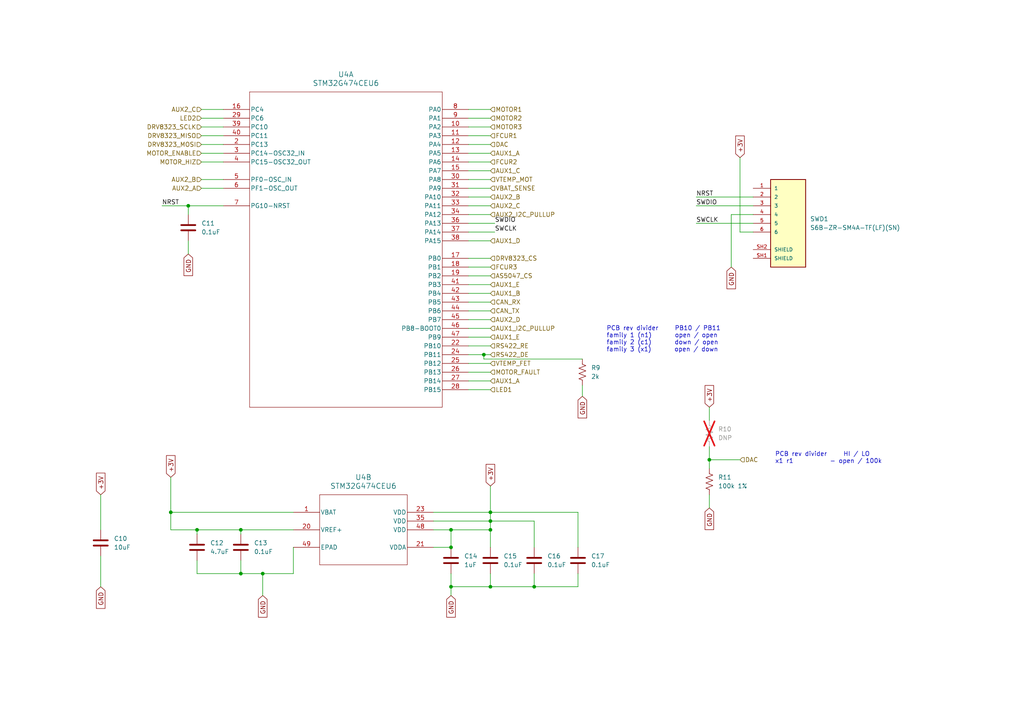
<source format=kicad_sch>
(kicad_sch (version 20231120) (generator "eeschema") (generator_version "8.0")
  (paper "A4")
  (title_block (title "moteus-x1") (rev "1"))
  (lib_symbols
    (symbol "Device:C" (pin_numbers hide) (pin_names (offset 0.254))
      (property "Reference" "C" (at 0.635 2.54 0))
      (property "Value" "C" (at 0.635 -2.54 0))
      (symbol "C_0_1"
        (polyline (pts (xy -2.032 -0.762) (xy 2.032 -0.762)) (stroke (width 0.508)))
        (polyline (pts (xy -2.032 0.762) (xy 2.032 0.762)) (stroke (width 0.508)))
      )
      (symbol "C_1_1"
        (pin passive line (at 0 3.81 270) (length 2.794) (name "~") (number "1"))
        (pin passive line (at 0 -3.81 90) (length 2.794) (name "~") (number "2"))
      )
    )
    (symbol "Device:R_US" (pin_numbers hide) (pin_names (offset 0))
      (property "Reference" "R" (at 2.54 0 90))
      (property "Value" "R_US" (at -2.54 0 90))
      (symbol "R_US_0_1"
        (polyline (pts (xy 0 -2.286) (xy 0 -2.54)))
        (polyline (pts (xy 0 2.286) (xy 0 2.54)))
        (polyline (pts (xy 0 -0.762) (xy 1.016 -1.143) (xy 0 -1.524) (xy -1.016 -1.905) (xy 0 -2.286)))
        (polyline (pts (xy 0 0.762) (xy 1.016 0.381) (xy 0 0) (xy -1.016 -0.381) (xy 0 -0.762)))
        (polyline (pts (xy 0 2.286) (xy 1.016 1.905) (xy 0 1.524) (xy -1.016 1.143) (xy 0 0.762)))
      )
      (symbol "R_US_1_1"
        (pin passive line (at 0 3.81 270) (length 1.27) (name "~") (number "1"))
        (pin passive line (at 0 -3.81 90) (length 1.27) (name "~") (number "2"))
      )
    )
    (symbol "moteus:S6B-ZR-SM4A-TF(LF)(SN)" (pin_names (offset 1.016))
      (property "Reference" "J" (at -5.087 10.8098 0))
      (property "Value" "S6B-ZR-SM4A-TF(LF)(SN)" (at -5.08 -17.78 0))
      (symbol "S6B-ZR-SM4A-TF(LF)(SN)_0_0"
        (rectangle (start -5.08 10.16) (end 5.08 -15.24) (stroke (width 0.254)) (fill (type background)))
        (pin passive line (at -10.16 7.62 0) (length 5.08) (name "1") (number "1"))
        (pin passive line (at -10.16 5.08 0) (length 5.08) (name "2") (number "2"))
        (pin passive line (at -10.16 2.54 0) (length 5.08) (name "3") (number "3"))
        (pin passive line (at -10.16 0 0) (length 5.08) (name "4") (number "4"))
        (pin passive line (at -10.16 -2.54 0) (length 5.08) (name "5") (number "5"))
        (pin passive line (at -10.16 -5.08 0) (length 5.08) (name "6") (number "6"))
        (pin passive line (at -10.16 -12.7 0) (length 5.08) (name "SHIELD") (number "SH1"))
        (pin passive line (at -10.16 -10.16 0) (length 5.08) (name "SHIELD") (number "SH2"))
      )
    )
    (symbol "moteus:STM32G474CEU6" (pin_names (offset 0.254))
      (property "Reference" "U" (at 35.56 10.16 0))
      (property "Value" "STM32G474CEU6" (at 35.56 7.62 0))
      (symbol "STM32G474CEU6_1_1"
        (polyline (pts (xy 7.62 -86.36) (xy 63.5 -86.36)) (stroke (width 0.127)))
        (polyline (pts (xy 7.62 5.08) (xy 7.62 -86.36)) (stroke (width 0.127)))
        (polyline (pts (xy 63.5 -86.36) (xy 63.5 5.08)) (stroke (width 0.127)))
        (polyline (pts (xy 63.5 5.08) (xy 7.62 5.08)) (stroke (width 0.127)))
        (pin bidirectional line (at 0 -5.08 0) (length 7.62) (name "PA2") (number "10"))
        (pin bidirectional line (at 0 -7.62 0) (length 7.62) (name "PA3") (number "11"))
        (pin bidirectional line (at 0 -10.16 0) (length 7.62) (name "PA4") (number "12"))
        (pin bidirectional line (at 0 -12.7 0) (length 7.62) (name "PA5") (number "13"))
        (pin bidirectional line (at 0 -15.24 0) (length 7.62) (name "PA6") (number "14"))
        (pin bidirectional line (at 0 -17.78 0) (length 7.62) (name "PA7") (number "15"))
        (pin bidirectional line (at 71.12 0 180) (length 7.62) (name "PC4") (number "16"))
        (pin bidirectional line (at 0 -43.18 0) (length 7.62) (name "PB0") (number "17"))
        (pin bidirectional line (at 0 -45.72 0) (length 7.62) (name "PB1") (number "18"))
        (pin bidirectional line (at 0 -48.26 0) (length 7.62) (name "PB2") (number "19"))
        (pin bidirectional line (at 71.12 -10.16 180) (length 7.62) (name "PC13") (number "2"))
        (pin bidirectional line (at 0 -68.58 0) (length 7.62) (name "PB10") (number "22"))
        (pin bidirectional line (at 0 -71.12 0) (length 7.62) (name "PB11") (number "24"))
        (pin bidirectional line (at 0 -73.66 0) (length 7.62) (name "PB12") (number "25"))
        (pin bidirectional line (at 0 -76.2 0) (length 7.62) (name "PB13") (number "26"))
        (pin bidirectional line (at 0 -78.74 0) (length 7.62) (name "PB14") (number "27"))
        (pin bidirectional line (at 0 -81.28 0) (length 7.62) (name "PB15") (number "28"))
        (pin bidirectional line (at 71.12 -2.54 180) (length 7.62) (name "PC6") (number "29"))
        (pin bidirectional line (at 71.12 -12.7 180) (length 7.62) (name "PC14-OSC32_IN") (number "3"))
        (pin bidirectional line (at 0 -20.32 0) (length 7.62) (name "PA8") (number "30"))
        (pin bidirectional line (at 0 -22.86 0) (length 7.62) (name "PA9") (number "31"))
        (pin bidirectional line (at 0 -25.4 0) (length 7.62) (name "PA10") (number "32"))
        (pin bidirectional line (at 0 -27.94 0) (length 7.62) (name "PA11") (number "33"))
        (pin bidirectional line (at 0 -30.48 0) (length 7.62) (name "PA12") (number "34"))
        (pin bidirectional line (at 0 -33.02 0) (length 7.62) (name "PA13") (number "36"))
        (pin bidirectional line (at 0 -35.56 0) (length 7.62) (name "PA14") (number "37"))
        (pin bidirectional line (at 0 -38.1 0) (length 7.62) (name "PA15") (number "38"))
        (pin bidirectional line (at 71.12 -5.08 180) (length 7.62) (name "PC10") (number "39"))
        (pin bidirectional line (at 71.12 -15.24 180) (length 7.62) (name "PC15-OSC32_OUT") (number "4"))
        (pin bidirectional line (at 71.12 -7.62 180) (length 7.62) (name "PC11") (number "40"))
        (pin bidirectional line (at 0 -50.8 0) (length 7.62) (name "PB3") (number "41"))
        (pin bidirectional line (at 0 -53.34 0) (length 7.62) (name "PB4") (number "42"))
        (pin bidirectional line (at 0 -55.88 0) (length 7.62) (name "PB5") (number "43"))
        (pin bidirectional line (at 0 -58.42 0) (length 7.62) (name "PB6") (number "44"))
        (pin bidirectional line (at 0 -60.96 0) (length 7.62) (name "PB7") (number "45"))
        (pin bidirectional line (at 0 -63.5 0) (length 7.62) (name "PB8-BOOT0") (number "46"))
        (pin bidirectional line (at 0 -66.04 0) (length 7.62) (name "PB9") (number "47"))
        (pin bidirectional line (at 71.12 -20.32 180) (length 7.62) (name "PF0-OSC_IN") (number "5"))
        (pin bidirectional line (at 71.12 -22.86 180) (length 7.62) (name "PF1-OSC_OUT") (number "6"))
        (pin bidirectional line (at 71.12 -27.94 180) (length 7.62) (name "PG10-NRST") (number "7"))
        (pin bidirectional line (at 0 0 0) (length 7.62) (name "PA0") (number "8"))
        (pin bidirectional line (at 0 -2.54 0) (length 7.62) (name "PA1") (number "9"))
      )
      (symbol "STM32G474CEU6_2_1"
        (polyline (pts (xy 7.62 -15.24) (xy 33.02 -15.24)) (stroke (width 0.127)))
        (polyline (pts (xy 7.62 5.08) (xy 7.62 -15.24)) (stroke (width 0.127)))
        (polyline (pts (xy 33.02 -15.24) (xy 33.02 5.08)) (stroke (width 0.127)))
        (polyline (pts (xy 33.02 5.08) (xy 7.62 5.08)) (stroke (width 0.127)))
        (pin power_in line (at 0 0 0) (length 7.62) (name "VBAT") (number "1"))
        (pin power_in line (at 0 -5.08 0) (length 7.62) (name "VREF+") (number "20"))
        (pin power_in line (at 40.64 -10.16 180) (length 7.62) (name "VDDA") (number "21"))
        (pin power_in line (at 40.64 0 180) (length 7.62) (name "VDD") (number "23"))
        (pin power_in line (at 40.64 -2.54 180) (length 7.62) (name "VDD") (number "35"))
        (pin power_in line (at 40.64 -5.08 180) (length 7.62) (name "VDD") (number "48"))
        (pin unspecified line (at 0 -10.16 0) (length 7.62) (name "EPAD") (number "49"))
      )
    )
  )
  (junction (at 142.24 148.59))
  (junction (at 140.335 102.87))
  (junction (at 154.94 170.18))
  (junction (at 205.74 133.35))
  (junction (at 142.24 170.18))
  (junction (at 142.24 153.67))
  (junction (at 69.85 166.37))
  (junction (at 76.2 166.37))
  (junction (at 69.85 153.67))
  (junction (at 49.53 148.59))
  (junction (at 130.81 153.67))
  (junction (at 142.24 151.13))
  (junction (at 130.81 170.18))
  (junction (at 54.61 59.69))
  (junction (at 130.81 158.75))
  (junction (at 57.15 153.67))
  (wire (pts (xy 135.89 46.99) (xy 142.24 46.99)))
  (wire (pts (xy 135.89 62.23) (xy 142.24 62.23)))
  (wire (pts (xy 154.94 170.18) (xy 154.94 166.37)))
  (wire (pts (xy 69.85 166.37) (xy 76.2 166.37)))
  (wire (pts (xy 58.42 31.75) (xy 64.77 31.75)))
  (wire (pts (xy 57.15 153.67) (xy 57.15 154.94)))
  (wire (pts (xy 142.24 153.67) (xy 142.24 158.75)))
  (wire (pts (xy 135.89 59.69) (xy 142.24 59.69)))
  (wire (pts (xy 135.89 113.03) (xy 142.24 113.03)))
  (wire (pts (xy 135.89 36.83) (xy 142.24 36.83)))
  (wire (pts (xy 46.99 59.69) (xy 54.61 59.69)))
  (wire (pts (xy 168.91 111.76) (xy 168.91 114.935)))
  (wire (pts (xy 142.24 170.18) (xy 142.24 166.37)))
  (wire (pts (xy 140.335 104.14) (xy 140.335 102.87)))
  (wire (pts (xy 135.89 102.87) (xy 140.335 102.87)))
  (wire (pts (xy 135.89 95.25) (xy 142.24 95.25)))
  (wire (pts (xy 57.15 153.67) (xy 49.53 153.67)))
  (wire (pts (xy 142.24 148.59) (xy 142.24 151.13)))
  (wire (pts (xy 205.74 118.11) (xy 205.74 121.92)))
  (wire (pts (xy 140.335 102.87) (xy 142.24 102.87)))
  (wire (pts (xy 69.85 162.56) (xy 69.85 166.37)))
  (wire (pts (xy 29.21 161.29) (xy 29.21 170.18)))
  (wire (pts (xy 218.44 62.23) (xy 212.09 62.23)))
  (wire (pts (xy 54.61 62.23) (xy 54.61 59.69)))
  (wire (pts (xy 154.94 170.18) (xy 167.64 170.18)))
  (wire (pts (xy 76.2 166.37) (xy 76.2 172.72)))
  (wire (pts (xy 135.89 57.15) (xy 142.24 57.15)))
  (wire (pts (xy 154.94 151.13) (xy 154.94 158.75)))
  (wire (pts (xy 135.89 31.75) (xy 142.24 31.75)))
  (wire (pts (xy 69.85 153.67) (xy 69.85 154.94)))
  (wire (pts (xy 57.15 166.37) (xy 69.85 166.37)))
  (wire (pts (xy 135.89 52.07) (xy 142.24 52.07)))
  (wire (pts (xy 135.89 90.17) (xy 142.24 90.17)))
  (wire (pts (xy 142.24 151.13) (xy 154.94 151.13)))
  (wire (pts (xy 58.42 36.83) (xy 64.77 36.83)))
  (wire (pts (xy 201.93 59.69) (xy 218.44 59.69)))
  (wire (pts (xy 58.42 34.29) (xy 64.77 34.29)))
  (wire (pts (xy 69.85 153.67) (xy 57.15 153.67)))
  (wire (pts (xy 49.53 153.67) (xy 49.53 148.59)))
  (wire (pts (xy 142.24 151.13) (xy 142.24 153.67)))
  (wire (pts (xy 135.89 54.61) (xy 142.24 54.61)))
  (wire (pts (xy 130.81 153.67) (xy 142.24 153.67)))
  (wire (pts (xy 135.89 85.09) (xy 142.24 85.09)))
  (wire (pts (xy 125.73 148.59) (xy 142.24 148.59)))
  (wire (pts (xy 135.89 82.55) (xy 142.24 82.55)))
  (wire (pts (xy 205.74 143.51) (xy 205.74 147.32)))
  (wire (pts (xy 135.89 69.85) (xy 142.24 69.85)))
  (wire (pts (xy 201.93 57.15) (xy 218.44 57.15)))
  (wire (pts (xy 135.89 49.53) (xy 142.24 49.53)))
  (wire (pts (xy 135.89 97.79) (xy 142.24 97.79)))
  (wire (pts (xy 135.89 44.45) (xy 142.24 44.45)))
  (wire (pts (xy 57.15 162.56) (xy 57.15 166.37)))
  (wire (pts (xy 135.89 110.49) (xy 142.24 110.49)))
  (wire (pts (xy 205.74 133.35) (xy 205.74 135.89)))
  (wire (pts (xy 135.89 64.77) (xy 143.51 64.77)))
  (wire (pts (xy 58.42 39.37) (xy 64.77 39.37)))
  (wire (pts (xy 49.53 138.43) (xy 49.53 148.59)))
  (wire (pts (xy 130.81 158.75) (xy 130.81 153.67)))
  (wire (pts (xy 85.09 158.75) (xy 85.09 166.37)))
  (wire (pts (xy 135.89 87.63) (xy 142.24 87.63)))
  (wire (pts (xy 214.63 67.31) (xy 218.44 67.31)))
  (wire (pts (xy 135.89 67.31) (xy 143.51 67.31)))
  (wire (pts (xy 135.89 105.41) (xy 142.24 105.41)))
  (wire (pts (xy 58.42 41.91) (xy 64.77 41.91)))
  (wire (pts (xy 85.09 153.67) (xy 69.85 153.67)))
  (wire (pts (xy 205.74 133.35) (xy 214.63 133.35)))
  (wire (pts (xy 201.93 64.77) (xy 218.44 64.77)))
  (wire (pts (xy 142.24 148.59) (xy 167.64 148.59)))
  (wire (pts (xy 130.81 170.18) (xy 130.81 172.72)))
  (wire (pts (xy 135.89 41.91) (xy 142.24 41.91)))
  (wire (pts (xy 135.89 107.95) (xy 142.24 107.95)))
  (wire (pts (xy 205.74 129.54) (xy 205.74 133.35)))
  (wire (pts (xy 130.81 170.18) (xy 142.24 170.18)))
  (wire (pts (xy 167.64 148.59) (xy 167.64 158.75)))
  (wire (pts (xy 125.73 151.13) (xy 142.24 151.13)))
  (wire (pts (xy 29.21 143.51) (xy 29.21 153.67)))
  (wire (pts (xy 135.89 74.93) (xy 142.24 74.93)))
  (wire (pts (xy 135.89 92.71) (xy 142.24 92.71)))
  (wire (pts (xy 214.63 45.72) (xy 214.63 67.31)))
  (wire (pts (xy 125.73 153.67) (xy 130.81 153.67)))
  (wire (pts (xy 142.24 170.18) (xy 154.94 170.18)))
  (wire (pts (xy 135.89 80.01) (xy 142.24 80.01)))
  (wire (pts (xy 135.89 100.33) (xy 142.24 100.33)))
  (wire (pts (xy 135.89 39.37) (xy 142.24 39.37)))
  (wire (pts (xy 212.09 62.23) (xy 212.09 77.47)))
  (wire (pts (xy 167.64 170.18) (xy 167.64 166.37)))
  (wire (pts (xy 135.89 34.29) (xy 142.24 34.29)))
  (wire (pts (xy 142.24 140.97) (xy 142.24 148.59)))
  (wire (pts (xy 58.42 52.07) (xy 64.77 52.07)))
  (wire (pts (xy 76.2 166.37) (xy 85.09 166.37)))
  (wire (pts (xy 125.73 158.75) (xy 130.81 158.75)))
  (wire (pts (xy 168.91 104.14) (xy 140.335 104.14)))
  (wire (pts (xy 58.42 46.99) (xy 64.77 46.99)))
  (wire (pts (xy 54.61 59.69) (xy 64.77 59.69)))
  (wire (pts (xy 54.61 69.85) (xy 54.61 73.66)))
  (wire (pts (xy 49.53 148.59) (xy 85.09 148.59)))
  (wire (pts (xy 130.81 166.37) (xy 130.81 170.18)))
  (wire (pts (xy 58.42 44.45) (xy 64.77 44.45)))
  (wire (pts (xy 58.42 54.61) (xy 64.77 54.61)))
  (wire (pts (xy 135.89 77.47) (xy 142.24 77.47)))
  (text "PCB rev divider     HI / LO\nx1 r1           - open / 100k\n" (at 224.79 134.62 0) (effects (font (size 1.27 1.27)) (justify left bottom)))
  (text "PCB rev divider     PB10 / PB11\nfamily 1 (n1)       open / open\nfamily 2 (c1)       down / open\nfamily 3 (x1)       open / down" (at 175.895 102.235 0) (effects (font (size 1.27 1.27)) (justify left bottom)))
  (label "SWDIO" (at 201.93 59.69 0))
  (label "SWDIO" (at 143.51 64.77 0))
  (label "SWCLK" (at 143.51 67.31 0))
  (label "NRST" (at 201.93 57.15 0))
  (label "NRST" (at 46.99 59.69 0))
  (label "SWCLK" (at 201.93 64.77 0))
  (global_label "GND" (shape input) (at 205.74 147.32 270) (property "Intersheetrefs" "${INTERSHEET_REFS}" (effects (hide yes))))
  (global_label "GND" (shape input) (at 212.09 77.47 270) (property "Intersheetrefs" "${INTERSHEET_REFS}" (effects (hide yes))))
  (global_label "GND" (shape input) (at 54.61 73.66 270) (property "Intersheetrefs" "${INTERSHEET_REFS}" (effects (hide yes))))
  (global_label "+3V" (shape input) (at 142.24 140.97 90) (property "Intersheetrefs" "${INTERSHEET_REFS}" (effects (hide yes))))
  (global_label "+3V" (shape input) (at 49.53 138.43 90) (property "Intersheetrefs" "${INTERSHEET_REFS}" (effects (hide yes))))
  (global_label "GND" (shape input) (at 29.21 170.18 270) (property "Intersheetrefs" "${INTERSHEET_REFS}" (effects (hide yes))))
  (global_label "GND" (shape input) (at 168.91 114.935 270) (property "Intersheetrefs" "${INTERSHEET_REFS}" (effects (hide yes))))
  (global_label "+3V" (shape input) (at 205.74 118.11 90) (property "Intersheetrefs" "${INTERSHEET_REFS}" (effects (hide yes))))
  (global_label "+3V" (shape input) (at 214.63 45.72 90) (property "Intersheetrefs" "${INTERSHEET_REFS}" (effects (hide yes))))
  (global_label "+3V" (shape input) (at 29.21 143.51 90) (property "Intersheetrefs" "${INTERSHEET_REFS}" (effects (hide yes))))
  (global_label "GND" (shape input) (at 76.2 172.72 270) (property "Intersheetrefs" "${INTERSHEET_REFS}" (effects (hide yes))))
  (global_label "GND" (shape input) (at 130.81 172.72 270) (property "Intersheetrefs" "${INTERSHEET_REFS}" (effects (hide yes))))
  (hierarchical_label "DRV8323_CS" (shape input) (at 142.24 74.93 0))
  (hierarchical_label "VTEMP_FET" (shape input) (at 142.24 105.41 0))
  (hierarchical_label "AUX2_B" (shape input) (at 58.42 52.07 180))
  (hierarchical_label "AUX1_E" (shape input) (at 142.24 97.79 0))
  (hierarchical_label "MOTOR_ENABLE" (shape input) (at 58.42 44.45 180))
  (hierarchical_label "AUX2_A" (shape input) (at 58.42 54.61 180))
  (hierarchical_label "RS422_DE" (shape input) (at 142.24 102.87 0))
  (hierarchical_label "FCUR3" (shape input) (at 142.24 77.47 0))
  (hierarchical_label "FCUR1" (shape input) (at 142.24 39.37 0))
  (hierarchical_label "AS5047_CS" (shape input) (at 142.24 80.01 0))
  (hierarchical_label "LED2" (shape input) (at 58.42 34.29 180))
  (hierarchical_label "DRV8323_MISO" (shape input) (at 58.42 39.37 180))
  (hierarchical_label "DRV8323_SCLK" (shape input) (at 58.42 36.83 180))
  (hierarchical_label "AUX1_C" (shape input) (at 142.24 49.53 0))
  (hierarchical_label "AUX2_C" (shape input) (at 142.24 59.69 0))
  (hierarchical_label "VBAT_SENSE" (shape input) (at 142.24 54.61 0))
  (hierarchical_label "AUX1_A" (shape input) (at 142.24 110.49 0))
  (hierarchical_label "MOTOR1" (shape input) (at 142.24 31.75 0))
  (hierarchical_label "MOTOR2" (shape input) (at 142.24 34.29 0))
  (hierarchical_label "LED1" (shape input) (at 142.24 113.03 0))
  (hierarchical_label "RS422_RE" (shape input) (at 142.24 100.33 0))
  (hierarchical_label "DAC" (shape input) (at 142.24 41.91 0))
  (hierarchical_label "AUX2_B" (shape input) (at 142.24 57.15 0))
  (hierarchical_label "DRV8323_MOSI" (shape input) (at 58.42 41.91 180))
  (hierarchical_label "AUX2_D" (shape input) (at 142.24 92.71 0))
  (hierarchical_label "MOTOR_FAULT" (shape input) (at 142.24 107.95 0))
  (hierarchical_label "VTEMP_MOT" (shape input) (at 142.24 52.07 0))
  (hierarchical_label "MOTOR3" (shape input) (at 142.24 36.83 0))
  (hierarchical_label "AUX1_I2C_PULLUP" (shape input) (at 142.24 95.25 0))
  (hierarchical_label "AUX1_D" (shape input) (at 142.24 69.85 0))
  (hierarchical_label "CAN_RX" (shape input) (at 142.24 87.63 0))
  (hierarchical_label "AUX1_A" (shape input) (at 142.24 44.45 0))
  (hierarchical_label "AUX1_E" (shape input) (at 142.24 82.55 0))
  (hierarchical_label "DAC" (shape input) (at 214.63 133.35 0))
  (hierarchical_label "AUX1_B" (shape input) (at 142.24 85.09 0))
  (hierarchical_label "FCUR2" (shape input) (at 142.24 46.99 0))
  (hierarchical_label "MOTOR_HIZ" (shape input) (at 58.42 46.99 180))
  (hierarchical_label "CAN_TX" (shape input) (at 142.24 90.17 0))
  (hierarchical_label "AUX2_C" (shape input) (at 58.42 31.75 180))
  (hierarchical_label "AUX2_I2C_PULLUP" (shape input) (at 142.24 62.23 0))
  (symbol (lib_id "Device:C") (at 57.15 158.75 0) (unit 1)
    (property "Reference" "C12" (at 60.96 157.48 0) (effects (justify left)))
    (property "Value" "4.7uF" (at 60.96 160.02 0) (effects (justify left)))
    (property "Footprint" "Capacitor_SMD:C_0603_1608Metric" (effects (hide yes)))
    (property "MPN" "CL10A475KP8NNNC" (effects (hide yes)))
    (property "POPULATE" "1" (effects (hide yes)))
  )
  (symbol (lib_id "Device:C") (at 130.81 162.56 0) (unit 1)
    (property "Reference" "C14" (at 134.62 161.29 0) (effects (justify left)))
    (property "Value" "1uF" (at 134.62 163.83 0) (effects (justify left)))
    (property "Footprint" "Capacitor_SMD:C_0402_1005Metric" (effects (hide yes)))
    (property "MPN" "MF-CAP-0402-1uF" (effects (hide yes)))
    (property "POPULATE" "1" (effects (hide yes)))
  )
  (symbol (lib_id "Device:C") (at 69.85 158.75 0) (unit 1)
    (property "Reference" "C13" (at 73.66 157.48 0) (effects (justify left)))
    (property "Value" "0.1uF" (at 73.66 160.02 0) (effects (justify left)))
    (property "Footprint" "Capacitor_SMD:C_0402_1005Metric" (effects (hide yes)))
    (property "MPN" "MF-CAP-0402-0.1uF" (effects (hide yes)))
    (property "POPULATE" "1" (effects (hide yes)))
  )
  (symbol (lib_id "Device:R_US") (at 168.91 107.95 0) (unit 1)
    (property "Reference" "R9" (at 171.45 106.68 0) (effects (justify left)))
    (property "Value" "2k" (at 171.45 109.22 0) (effects (justify left)))
    (property "Footprint" "Resistor_SMD:R_0402_1005Metric" (effects (hide yes)))
    (property "MPN" "MF-RES-0402-2K" (effects (hide yes)))
    (property "POPULATE" "1" (effects (hide yes)))
  )
  (symbol (lib_id "Device:C") (at 154.94 162.56 0) (unit 1)
    (property "Reference" "C16" (at 158.75 161.29 0) (effects (justify left)))
    (property "Value" "0.1uF" (at 158.75 163.83 0) (effects (justify left)))
    (property "Footprint" "Capacitor_SMD:C_0402_1005Metric" (effects (hide yes)))
    (property "MPN" "MF-CAP-0402-0.1uF" (effects (hide yes)))
    (property "POPULATE" "1" (effects (hide yes)))
  )
  (symbol (lib_id "Device:C") (at 142.24 162.56 0) (unit 1)
    (property "Reference" "C15" (at 146.05 161.29 0) (effects (justify left)))
    (property "Value" "0.1uF" (at 146.05 163.83 0) (effects (justify left)))
    (property "Footprint" "Capacitor_SMD:C_0402_1005Metric" (effects (hide yes)))
    (property "MPN" "MF-CAP-0402-0.1uF" (effects (hide yes)))
    (property "POPULATE" "1" (effects (hide yes)))
  )
  (symbol (lib_id "moteus:S6B-ZR-SM4A-TF(LF)(SN)") (at 228.6 62.23 0) (unit 1)
    (property "Reference" "SWD1" (at 234.95 63.5 0) (effects (justify left)))
    (property "Value" "S6B-ZR-SM4A-TF(LF)(SN)" (at 234.95 66.04 0) (effects (justify left)))
    (property "Footprint" "moteus:JST_S6B-ZR-SM4A-TF(LF)(SN)" (effects (hide yes)))
    (property "MF" "JST" (effects (hide yes)))
    (property "MPN" "S6B-ZR-SM4A-TF(LF)(SN)" (effects (hide yes)))
    (property "POPULATE" "1" (effects (hide yes)))
  )
  (symbol (lib_id "Device:R_US") (at 205.74 139.7 0) (unit 1)
    (property "Reference" "R11" (at 208.28 138.4299 0) (effects (justify left)))
    (property "Value" "100k 1%" (at 208.28 140.9699 0) (effects (justify left)))
    (property "Footprint" "Resistor_SMD:R_0402_1005Metric" (effects (hide yes)))
    (property "MPN" "RC0402FR-07100KL" (effects (hide yes)))
    (property "POPULATE" "1" (effects (hide yes)))
    (property "MF" "YAGEO" (effects (hide yes)))
  )
  (symbol (lib_id "Device:C") (at 167.64 162.56 0) (unit 1)
    (property "Reference" "C17" (at 171.45 161.29 0) (effects (justify left)))
    (property "Value" "0.1uF" (at 171.45 163.83 0) (effects (justify left)))
    (property "Footprint" "Capacitor_SMD:C_0402_1005Metric" (effects (hide yes)))
    (property "MPN" "MF-CAP-0402-0.1uF" (effects (hide yes)))
    (property "POPULATE" "1" (effects (hide yes)))
  )
  (symbol (lib_id "moteus:STM32G474CEU6") (at 135.89 31.75 0) (mirror y) (unit 1)
    (property "Reference" "U4" (at 100.33 21.59 0) (effects (font (size 1.524 1.524))))
    (property "Value" "STM32G474CEU6" (at 100.33 24.13 0) (effects (font (size 1.524 1.524))))
    (property "Footprint" "moteus:UFQFPN-48_7X7X0P55MM" (effects (hide yes)))
    (property "Datasheet" "STM32G474CEU6" (effects (hide yes)))
    (property "MPN" "STM32G474CEU6" (effects (hide yes)))
    (property "MF" "ST" (effects (hide yes)))
    (property "POPULATE" "1" (effects (hide yes)))
  )
  (symbol (lib_id "Device:C") (at 29.21 157.48 0) (unit 1)
    (property "Reference" "C10" (at 33.02 156.21 0) (effects (justify left)))
    (property "Value" "10uF" (at 33.02 158.75 0) (effects (justify left)))
    (property "Footprint" "Capacitor_SMD:C_1206_3216Metric" (effects (hide yes)))
    (property "MPN" "MF-CAP-1206-10uF" (effects (hide yes)))
    (property "POPULATE" "1" (effects (hide yes)))
  )
  (symbol (lib_id "Device:R_US") (at 205.74 125.73 0) (unit 1) (dnp yes)
    (property "Reference" "R10" (at 208.28 124.46 0) (effects (justify left)))
    (property "Value" "DNP" (at 208.28 127 0) (effects (justify left)))
    (property "Footprint" "Resistor_SMD:R_0402_1005Metric" (effects (hide yes)))
    (property "POPULATE" "0" (effects (hide yes)))
  )
  (symbol (lib_id "moteus:STM32G474CEU6") (at 85.09 148.59 0) (unit 2)
    (property "Reference" "U4" (at 105.41 138.43 0) (effects (font (size 1.524 1.524))))
    (property "Value" "STM32G474CEU6" (at 105.41 140.97 0) (effects (font (size 1.524 1.524))))
    (property "Footprint" "moteus:UFQFPN-48_7X7X0P55MM" (effects (hide yes)))
    (property "Datasheet" "STM32G474CEU6" (effects (hide yes)))
    (property "MPN" "STM32G474CEU6" (effects (hide yes)))
    (property "MF" "ST" (effects (hide yes)))
    (property "POPULATE" "1" (effects (hide yes)))
  )
  (symbol (lib_id "Device:C") (at 54.61 66.04 0) (unit 1)
    (property "Reference" "C11" (at 58.42 64.77 0) (effects (justify left)))
    (property "Value" "0.1uF" (at 58.42 67.31 0) (effects (justify left)))
    (property "Footprint" "Capacitor_SMD:C_0402_1005Metric" (effects (hide yes)))
    (property "MPN" "MF-CAP-0402-0.1uF" (effects (hide yes)))
    (property "POPULATE" "1" (effects (hide yes)))
  )
)
</source>
